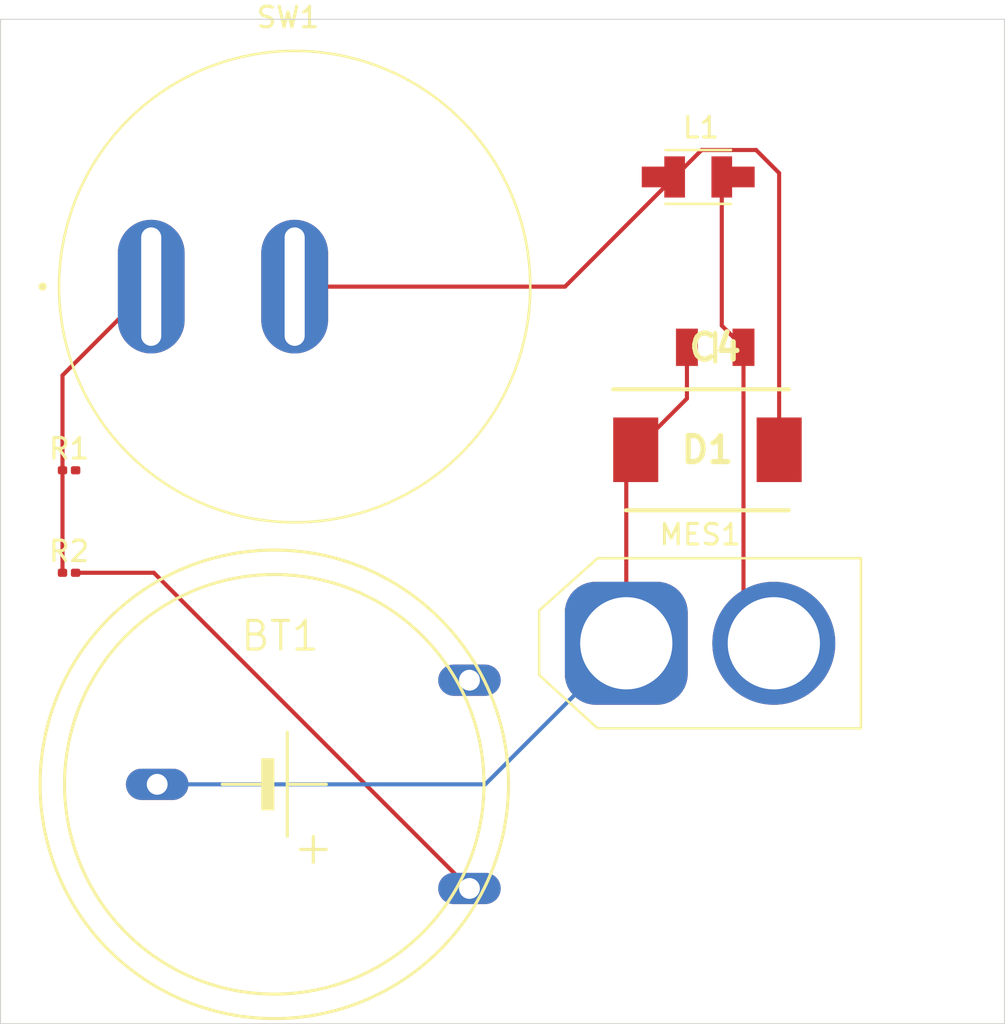
<source format=kicad_pcb>
(kicad_pcb (version 20240108) (generator "pcbnew") (generator_version "8.0")
  (layers (0 "F.Cu" signal) (31 "B.Cu" signal) (34 "B.Paste" user) (35 "F.Paste" user) (36 "B.SilkS" user "B.Silkscreen") (37 "F.SilkS" user "F.Silkscreen") (38 "B.Mask" user) (39 "F.Mask" user) (44 "Edge.Cuts" user))
  (net 0 "")
  (net 1 "Earth")
  (net 2 "Net-(BT1-Pad+)")
  (net 3 "Net-(MES1-+)")
  (net 4 "Net-(D1-A)")
  (net 5 "Net-(SW1A-A)")
  (footprint "LQH32MN680J23L:IND_LQH32MN680J23L" (layer "F.Cu") (at 151.05 61.69)
    (property "Reference" "L1" (at 0.135 -2.405 0) (layer "F.SilkS"))
    (property "Value" "68uH")
    (fp_line (start -1.6 -1.3135) (end 1.6 -1.3135) (stroke (width 0.127)) (layer "F.SilkS"))
    (fp_line (start 1.6 1.3135) (end -1.6 1.3135) (stroke (width 0.127)) (layer "F.SilkS"))
    (pad "1" smd custom (at -1.15 0) (size 1 2) (layers "F.Cu") (net 4 "Net-(D1-A)") (options (clearance outline) (anchor rect)) (primitives (gr_poly (pts (xy -0.5 -1) (xy 0.5 -1) (xy 0.5 1) (xy -0.5 1) (xy -0.5 0.5) (xy -1.6 0.5) (xy -1.6 -0.5) (xy -0.5 -0.5)) (width 0.01) (fill yes))))
    (pad "2" smd custom (at 1.15 0) (size 1 2) (layers "F.Cu") (net 3 "Net-(MES1-+)") (options (clearance outline) (anchor rect)) (primitives (gr_poly (pts (xy 0.5 1) (xy -0.5 1) (xy -0.5 -1) (xy 0.5 -1) (xy 0.5 -0.5) (xy 1.6 -0.5) (xy 1.6 0.5) (xy 0.5 0.5)) (width 0.01) (fill yes))))
  )
  (footprint "Connector_AMASS:AMASS_XT60-F_1x02_P7.20mm_Vertical" (layer "F.Cu") (at 147.54 84.44)
    (property "Reference" "MES1" (at 3.6 -5.3 180) (layer "F.SilkS"))
    (property "Value" "Voltmeter_DC")
    (fp_line (start -4.25 -1.6) (end -4.25 1.55) (stroke (width 0.12)) (layer "F.SilkS"))
    (fp_line (start -4.25 1.55) (end -1.4 4.15) (stroke (width 0.12)) (layer "F.SilkS"))
    (fp_line (start -1.4 -4.15) (end -4.25 -1.6) (stroke (width 0.12)) (layer "F.SilkS"))
    (fp_line (start -1.4 4.15) (end 11.45 4.15) (stroke (width 0.12)) (layer "F.SilkS"))
    (fp_line (start 11.45 -4.15) (end -1.4 -4.15) (stroke (width 0.12)) (layer "F.SilkS"))
    (fp_line (start 11.45 4.15) (end 11.45 -4.15) (stroke (width 0.12)) (layer "F.SilkS"))
    (pad "1" thru_hole roundrect (at 0 0) (size 6 6) (drill 4.5) (layers "*.Cu" "*.Mask") (net 1 "Earth"))
    (pad "2" thru_hole circle (at 7.2 0) (size 6 6) (drill 4.5) (layers "*.Cu" "*.Mask") (net 3 "Net-(MES1-+)"))
  )
  (footprint "KiCadGRM:CAPC3216X180N" (layer "F.Cu") (at 151.88 70 180)
    (property "Reference" "C4" (at 0 0 0) (layer "F.SilkS") (effects (font (size 1.27 1.27) (thickness 0.254))))
    (property "Value" "220uf" (hide yes))
    (fp_line (start 0 -0.7) (end 0 0.7) (stroke (width 0.2)) (layer "F.SilkS"))
    (pad "1" smd rect (at -1.38 0 180) (size 1.07 1.82) (layers "F.Cu" "F.Paste" "F.Mask") (net 3 "Net-(MES1-+)"))
    (pad "2" smd rect (at 1.38 0 180) (size 1.07 1.82) (layers "F.Cu" "F.Paste" "F.Mask") (net 1 "Earth"))
  )
  (footprint "Resistor_SMD:R_0201_0603Metric" (layer "F.Cu") (at 120.345 81)
    (property "Reference" "R2" (at 0 -1.05 0) (layer "F.SilkS"))
    (property "Value" "100ohm")
    (pad "1" smd roundrect (at -0.32 0) (size 0.46 0.4) (layers "F.Cu" "F.Mask") (net 5 "Net-(SW1A-A)"))
    (pad "2" smd roundrect (at 0.32 0) (size 0.46 0.4) (layers "F.Cu" "F.Mask") (net 2 "Net-(BT1-Pad+)"))
  )
  (footprint "RR511D1121:E-SWITCH_RR511D1121" (layer "F.Cu") (at 131.355 67.04)
    (property "Reference" "SW1" (at -0.325 -13.135 0) (layer "F.SilkS"))
    (property "Value" "ON/OFF")
    (fp_circle (center -12.3 0) (end -12.2 0) (stroke (width 0.2)) (fill none) (layer "F.SilkS"))
    (fp_circle (center 0 0) (end 11.5 0) (stroke (width 0.127)) (fill none) (layer "F.SilkS"))
    (pad "1" thru_hole oval (at -7 0) (size 3.26 6.52) (drill oval 0.98 5.78) (layers "*.Cu" "*.Mask") (net 5 "Net-(SW1A-A)"))
    (pad "2" thru_hole oval (at 0 0) (size 3.26 6.52) (drill oval 0.98 5.78) (layers "*.Cu" "*.Mask") (net 4 "Net-(D1-A)"))
  )
  (footprint "BATTERY:BATTERY" (layer "F.Cu") (at 130.3612 91.3212)
    (property "Reference" "BT1" (at 0.2794 -7.239 0) (layer "F.SilkS") (effects (font (size 1.4 1.4))))
    (property "Value" "24V")
    (fp_line (start -2.54 0) (end -0.635 0) (stroke (width 0.1524)) (layer "F.SilkS"))
    (fp_line (start 0.635 -2.54) (end 0.635 0) (stroke (width 0.1524)) (layer "F.SilkS"))
    (fp_line (start 0.635 0) (end 0.635 2.54) (stroke (width 0.1524)) (layer "F.SilkS"))
    (fp_line (start 0.635 0) (end 2.54 0) (stroke (width 0.1524)) (layer "F.SilkS"))
    (fp_line (start 1.27 3.175) (end 2.54 3.175) (stroke (width 0.1524)) (layer "F.SilkS"))
    (fp_line (start 1.905 2.54) (end 1.905 3.81) (stroke (width 0.1524)) (layer "F.SilkS"))
    (fp_circle (center 0 0) (end 10.2362 0) (stroke (width 0.1524)) (fill none) (layer "F.SilkS"))
    (fp_circle (center 0 0) (end 11.43 0) (stroke (width 0.1524)) (fill none) (layer "F.SilkS"))
    (fp_poly (pts (xy -0.635 -1.27) (xy 0 -1.27) (xy 0 1.27) (xy -0.635 1.27)) (stroke (width 0.01)) (fill solid) (layer "F.SilkS"))
    (pad "+" thru_hole oval (at 9.525 5.08) (size 3.048 1.524) (drill 1.016) (layers "*.Cu" "*.Mask") (net 2 "Net-(BT1-Pad+)"))
    (pad "+@1" thru_hole oval (at 9.525 -5.08) (size 3.048 1.524) (drill 1.016) (layers "*.Cu" "*.Mask"))
    (pad "-" thru_hole oval (at -5.715 0) (size 3.048 1.524) (drill 1.016) (layers "*.Cu" "*.Mask") (net 1 "Earth"))
  )
  (footprint "Resistor_SMD:R_0201_0603Metric" (layer "F.Cu") (at 120.345 76)
    (property "Reference" "R1" (at 0 -1.05 0) (layer "F.SilkS"))
    (property "Value" "95ohm")
    (pad "1" smd roundrect (at -0.32 0) (size 0.46 0.4) (layers "F.Cu" "F.Mask") (net 5 "Net-(SW1A-A)"))
    (pad "2" smd roundrect (at 0.32 0) (size 0.46 0.4) (layers "F.Cu" "F.Mask") (net 2 "Net-(BT1-Pad+)"))
  )
  (footprint "KiCad:DIOM7959X262N" (layer "F.Cu") (at 151.5 75)
    (property "Reference" "D1" (at 0 0 0) (layer "F.SilkS") (effects (font (size 1.27 1.27) (thickness 0.254))))
    (property "Value" "40V" (hide yes))
    (fp_line (start -3.97 2.952) (end 3.97 2.952) (stroke (width 0.2)) (layer "F.SilkS"))
    (fp_line (start 3.97 -2.952) (end -4.6 -2.952) (stroke (width 0.2)) (layer "F.SilkS"))
    (pad "1" smd rect (at -3.5 0) (size 2.2 3.15) (layers "F.Cu" "F.Paste" "F.Mask") (net 1 "Earth"))
    (pad "2" smd rect (at 3.5 0) (size 2.2 3.15) (layers "F.Cu" "F.Paste" "F.Mask") (net 4 "Net-(D1-A)"))
  )
  (gr_rect (start 117 54) (end 166 103) (stroke (width 0.05)) (fill none) (layer "Edge.Cuts"))
  (segment (start 150.5 70) (end 150.5 72.5) (width 0.2) (layer "F.Cu") (net 1))
  (segment (start 150.5 72.5) (end 148 75) (width 0.2) (layer "F.Cu") (net 1))
  (segment (start 148 75) (end 148 75.5) (width 0.2) (layer "F.Cu") (net 1))
  (segment (start 147.54 75.96) (end 147.54 84.44) (width 0.2) (layer "F.Cu") (net 1))
  (segment (start 148 75.5) (end 147.54 75.96) (width 0.2) (layer "F.Cu") (net 1))
  (segment (start 124.6462 91.3212) (end 140.6588 91.3212) (width 0.2) (layer "B.Cu") (net 1))
  (segment (start 140.6588 91.3212) (end 147.54 84.44) (width 0.2) (layer "B.Cu") (net 1))
  (segment (start 120.665 81) (end 124.485 81) (width 0.2) (layer "F.Cu") (net 2))
  (segment (start 124.485 81) (end 139.8862 96.4012) (width 0.2) (layer "F.Cu") (net 2))
  (segment (start 153.26 70) (end 153.26 82.96) (width 0.2) (layer "F.Cu") (net 3))
  (segment (start 153.26 82.96) (end 154.74 84.44) (width 0.2) (layer "F.Cu") (net 3))
  (segment (start 152.2 61.69) (end 152.2 68.94) (width 0.2) (layer "F.Cu") (net 3))
  (segment (start 152.2 68.94) (end 153.26 70) (width 0.2) (layer "F.Cu") (net 3))
  (segment (start 151.215 60.375) (end 153.875 60.375) (width 0.2) (layer "F.Cu") (net 4))
  (segment (start 153.875 60.375) (end 155 61.5) (width 0.2) (layer "F.Cu") (net 4))
  (segment (start 144.55 67.04) (end 149.9 61.69) (width 0.2) (layer "F.Cu") (net 4))
  (segment (start 149.9 61.69) (end 151.215 60.375) (width 0.2) (layer "F.Cu") (net 4))
  (segment (start 131.355 67.04) (end 144.55 67.04) (width 0.2) (layer "F.Cu") (net 4))
  (segment (start 155 61.5) (end 155 75) (width 0.2) (layer "F.Cu") (net 4))
  (segment (start 120.025 76) (end 120.025 81) (width 0.2) (layer "F.Cu") (net 5))
  (segment (start 120.025 71.37) (end 120.025 76) (width 0.2) (layer "F.Cu") (net 5))
  (segment (start 124.355 67.04) (end 120.025 71.37) (width 0.2) (layer "F.Cu") (net 5))
)
</source>
